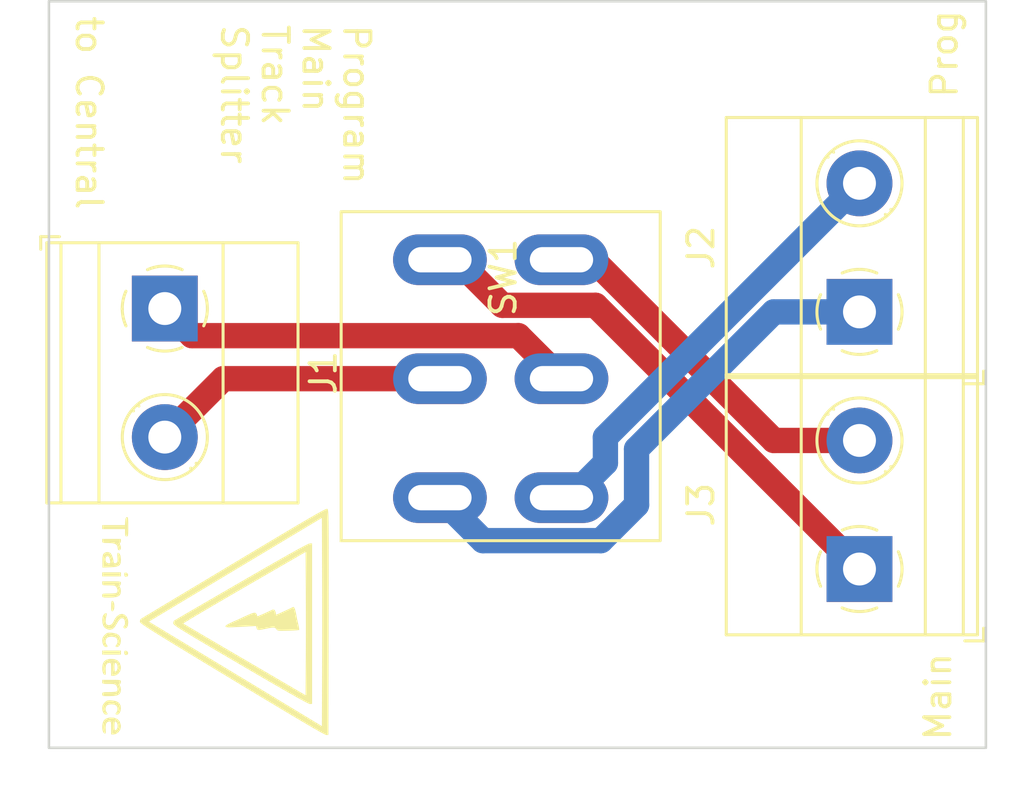
<source format=kicad_pcb>
(kicad_pcb (version 20221018) (generator pcbnew)
  (layers (0 "F.Cu" signal) (31 "B.Cu" signal) (34 "B.Paste" user) (35 "F.Paste" user) (36 "B.SilkS" user "B.Silkscreen") (37 "F.SilkS" user "F.Silkscreen") (38 "B.Mask" user) (39 "F.Mask" user) (44 "Edge.Cuts" user))
  (net 0 "")
  (net 1 "/Track_B_in")
  (net 2 "/Track_A_in")
  (net 3 "/Track_1_A_out")
  (net 4 "/Track_1_B_out")
  (net 5 "/Track_2_A_out")
  (net 6 "/Track_2_B_out")
  (footprint "TerminalBlock_Phoenix:TerminalBlock_Phoenix_MKDS-1,5-2-5.08_1x02_P5.08mm_Horizontal" (layer "F.Cu") (at 191.008 106.934 90)
    (fp_text reference "J3" (at 2.54 -6.26 90) (layer "F.SilkS"))
    (fp_text value "Screw_Terminal_01x02")
    (fp_line (start -2.84 4.16) (end -2.84 4.9) (stroke (width 0.12)) (layer "F.SilkS"))
    (fp_line (start -2.84 4.9) (end -2.34 4.9) (stroke (width 0.12)) (layer "F.SilkS"))
    (fp_line (start -2.6 -5.261) (end -2.6 4.66) (stroke (width 0.12)) (layer "F.SilkS"))
    (fp_line (start -2.6 -5.261) (end 7.68 -5.261) (stroke (width 0.12)) (layer "F.SilkS"))
    (fp_line (start -2.6 -2.301) (end 7.68 -2.301) (stroke (width 0.12)) (layer "F.SilkS"))
    (fp_line (start -2.6 2.6) (end 7.68 2.6) (stroke (width 0.12)) (layer "F.SilkS"))
    (fp_line (start -2.6 4.1) (end 7.68 4.1) (stroke (width 0.12)) (layer "F.SilkS"))
    (fp_line (start -2.6 4.66) (end 7.68 4.66) (stroke (width 0.12)) (layer "F.SilkS"))
    (fp_line (start 3.853 1.023) (end 3.806 1.069) (stroke (width 0.12)) (layer "F.SilkS"))
    (fp_line (start 4.046 1.239) (end 4.011 1.274) (stroke (width 0.12)) (layer "F.SilkS"))
    (fp_line (start 6.15 -1.275) (end 6.115 -1.239) (stroke (width 0.12)) (layer "F.SilkS"))
    (fp_line (start 6.355 -1.069) (end 6.308 -1.023) (stroke (width 0.12)) (layer "F.SilkS"))
    (fp_line (start 7.68 -5.261) (end 7.68 4.66) (stroke (width 0.12)) (layer "F.SilkS"))
    (fp_arc (start -1.535427 0.683042) (mid -1.680501 -0.000524) (end -1.535 -0.684) (stroke (width 0.12)) (layer "F.SilkS"))
    (fp_arc (start -0.683042 -1.535427) (mid 0.000524 -1.680501) (end 0.684 -1.535) (stroke (width 0.12)) (layer "F.SilkS"))
    (fp_arc (start 0.028805 1.680253) (mid -0.335551 1.646659) (end -0.684 1.535) (stroke (width 0.12)) (layer "F.SilkS"))
    (fp_arc (start 0.683318 1.534756) (mid 0.349292 1.643288) (end 0 1.68) (stroke (width 0.12)) (layer "F.SilkS"))
    (fp_arc (start 1.535427 -0.683042) (mid 1.680501 0.000524) (end 1.535 0.684) (stroke (width 0.12)) (layer "F.SilkS"))
    (fp_circle (center 5.08 0) (end 6.76 0) (stroke (width 0.12)) (fill none) (layer "F.SilkS"))
    (pad "1" thru_hole rect (at 0 0 90) (size 2.6 2.6) (drill 1.3) (layers "*.Cu" "*.Mask") (net 5 "/Track_2_A_out"))
    (pad "2" thru_hole circle (at 5.08 0 90) (size 2.6 2.6) (drill 1.3) (layers "*.Cu" "*.Mask") (net 6 "/Track_2_B_out"))
  )
  (footprint "MountingHole:MountingHole_3.2mm_M3" (layer "F.Cu") (at 177 88)
    (fp_text reference "REF**" hide)
    (fp_text value "MountingHole_3.2mm_M3")
    (pad "" np_thru_hole circle (at 0 0) (size 3.2 3.2) (drill 3.2) (layers "F&B.Cu" "*.Mask"))
  )
  (footprint "custom_kicad_lib_sk:Train-Science logo small" (layer "F.Cu") (at 165.481 109.093 -90)
    (fp_text reference "G***" hide)
    (fp_text value "LOGO" hide)
    (fp_poly (pts (xy -1.867174 4.3782) (xy -2.028137 4.3782) (xy -2.028137 3.637769) (xy -1.867174 3.637769)) (fill solid) (layer "F.SilkS"))
    (fp_poly (pts (xy 1.223321 4.3782) (xy 1.062357 4.3782) (xy 1.062357 3.637769) (xy 1.223321 3.637769)) (fill solid) (layer "F.SilkS"))
    (fp_poly (pts (xy -1.879051 3.365565) (xy -1.85507 3.397528) (xy -1.848957 3.467248) (xy -1.897497 3.5033) (xy -1.951794 3.508999) (xy -2.01104 3.497959) (xy -2.024208 3.453786) (xy -2.022328 3.436565) (xy -1.991057 3.378361) (xy -1.934811 3.352714)) (fill solid) (layer "F.SilkS"))
    (fp_poly (pts (xy 1.211443 3.365565) (xy 1.235424 3.397528) (xy 1.241537 3.467248) (xy 1.192998 3.5033) (xy 1.1387 3.508999) (xy 1.079454 3.497959) (xy 1.066286 3.453786) (xy 1.068167 3.436565) (xy 1.099438 3.378361) (xy 1.155683 3.352714)) (fill solid) (layer "F.SilkS"))
    (fp_poly (pts (xy -0.612737 3.9006) (xy -0.533283 3.922266) (xy -0.490713 3.961014) (xy -0.488845 3.967744) (xy -0.490951 3.998166) (xy -0.520453 4.01526) (xy -0.590351 4.022672) (xy -0.689781 4.024081) (xy -0.808268 4.020841) (xy -0.874379 4.009353) (xy -0.899883 3.986965) (xy -0.901394 3.976406) (xy -0.873403 3.933919) (xy -0.802697 3.906845) (xy -0.709175 3.895599)) (fill solid) (layer "F.SilkS"))
    (fp_poly (pts (xy -3.669632 3.34866) (xy -3.559722 3.351709) (xy -3.492918 3.358945) (xy -3.458582 3.372129) (xy -3.446076 3.393024) (xy -3.444613 3.412421) (xy -3.454092 3.452657) (xy -3.493451 3.471683) (xy -3.579073 3.476782) (xy -3.58948 3.476806) (xy -3.734347 3.476806) (xy -3.734347 4.3782) (xy -3.89531 4.3782) (xy -3.89531 3.480334) (xy -4.047936 3.470522) (xy -4.148526 3.457408) (xy -4.198923 3.431105) (xy -4.21126 3.404373) (xy -4.210399 3.380588) (xy -4.190335 3.364589) (xy -4.140901 3.354863) (xy -4.051928 3.349892) (xy -3.91325 3.348161) (xy -3.833286 3.348036)) (fill solid) (layer "F.SilkS"))
    (fp_poly (pts (xy -3.20706 3.649174) (xy -3.187072 3.671095) (xy -3.167366 3.687977) (xy -3.124803 3.671095) (xy -3.032476 3.639196) (xy -2.952967 3.641074) (xy -2.904379 3.674259) (xy -2.897338 3.702155) (xy -2.912873 3.749633) (xy -2.970283 3.766013) (xy -2.992091 3.76654) (xy -3.08017 3.784752) (xy -3.139695 3.843818) (xy -3.1741 3.950385) (xy -3.18682 4.1111) (xy -3.187072 4.143919) (xy -3.188151 4.264488) (xy -3.194538 4.33444) (xy -3.210963 4.367539) (xy -3.242154 4.377549) (xy -3.267554 4.3782) (xy -3.348035 4.3782) (xy -3.348035 3.637769) (xy -3.267554 3.637769)) (fill solid) (layer "F.SilkS"))
    (fp_poly (pts (xy 3.456146 3.654371) (xy 3.543105 3.697368) (xy 3.592791 3.756548) (xy 3.594178 3.814197) (xy 3.572895 3.852981) (xy 3.542199 3.843557) (xy 3.513841 3.819211) (xy 3.424501 3.7745) (xy 3.322943 3.773442) (xy 3.238538 3.81626) (xy 3.237661 3.817129) (xy 3.201357 3.890078) (xy 3.187495 3.994878) (xy 3.196074 4.103032) (xy 3.227095 4.186043) (xy 3.237661 4.198841) (xy 3.321639 4.242246) (xy 3.423161 4.241772) (xy 3.512857 4.197642) (xy 3.513841 4.196759) (xy 3.559116 4.162129) (xy 3.582547 4.174932) (xy 3.594178 4.201773) (xy 3.589623 4.267108) (xy 3.534669 4.324764) (xy 3.443265 4.364981) (xy 3.341993 4.3782) (xy 3.23693 4.364144) (xy 3.150524 4.312169) (xy 3.116435 4.280323) (xy 3.06227 4.220957) (xy 3.03476 4.166703) (xy 3.027277 4.094215) (xy 3.032787 3.985733) (xy 3.063239 3.823108) (xy 3.128926 3.713042) (xy 3.232557 3.652527) (xy 3.346264 3.637769)) (fill solid) (layer "F.SilkS"))
    (fp_poly (pts (xy 0.784156 3.654371) (xy 0.871115 3.697368) (xy 0.920801 3.756548) (xy 0.922188 3.814197) (xy 0.900905 3.852981) (xy 0.870209 3.843557) (xy 0.841851 3.819211) (xy 0.752511 3.7745) (xy 0.650954 3.773442) (xy 0.566548 3.81626) (xy 0.565671 3.817129) (xy 0.529974 3.888454) (xy 0.515171 3.998249) (xy 0.515082 4.007985) (xy 0.527932 4.119813) (xy 0.562192 4.195116) (xy 0.565671 4.198841) (xy 0.649649 4.242246) (xy 0.751171 4.241772) (xy 0.840868 4.197642) (xy 0.841851 4.196759) (xy 0.887126 4.162129) (xy 0.910558 4.174932) (xy 0.922188 4.201773) (xy 0.917633 4.267108) (xy 0.862679 4.324764) (xy 0.771275 4.364981) (xy 0.670003 4.3782) (xy 0.56494 4.364144) (xy 0.478534 4.312169) (xy 0.444446 4.280323) (xy 0.39028 4.220957) (xy 0.36277 4.166703) (xy 0.355287 4.094215) (xy 0.360798 3.985733) (xy 0.391249 3.823108) (xy 0.456936 3.713042) (xy 0.560567 3.652527) (xy 0.674274 3.637769)) (fill solid) (layer "F.SilkS"))
    (fp_poly (pts (xy -2.40532 3.645768) (xy -2.326525 3.67613) (xy -2.275297 3.738404) (xy -2.245189 3.842138) (xy -2.22975 3.996881) (xy -2.226439 4.069661) (xy -2.215488 4.366149) (xy -2.45432 4.371021) (xy -2.611055 4.367821) (xy -2.715337 4.349617) (xy -2.763052 4.326932) (xy -2.817997 4.253657) (xy -2.8318 4.157537) (xy -2.826579 4.141434) (xy -2.663371 4.141434) (xy -2.661178 4.198977) (xy -2.617211 4.235887) (xy -2.541587 4.248708) (xy -2.462907 4.236034) (xy -2.420887 4.210799) (xy -2.387663 4.147033) (xy -2.382256 4.110009) (xy -2.391113 4.070273) (xy -2.429399 4.05887) (xy -2.5002 4.066989) (xy -2.611613 4.096669) (xy -2.663371 4.141434) (xy -2.826579 4.141434) (xy -2.80241 4.066887) (xy -2.783578 4.04369) (xy -2.714915 4.000608) (xy -2.611053 3.960717) (xy -2.500848 3.933723) (xy -2.438593 3.927683) (xy -2.39073 3.905832) (xy -2.389171 3.848663) (xy -2.411779 3.801951) (xy -2.44845 3.775964) (xy -2.522247 3.768689) (xy -2.620538 3.77548) (xy -2.726931 3.782973) (xy -2.782746 3.776184) (xy -2.800575 3.753278) (xy -2.80076 3.74925) (xy -2.770723 3.693209) (xy -2.685633 3.655257) (xy -2.553023 3.638364) (xy -2.518132 3.637769)) (fill solid) (layer "F.SilkS"))
    (fp_poly (pts (xy 0.08045 3.363771) (xy 0.163476 3.40824) (xy 0.193154 3.477335) (xy 0.193156 3.477939) (xy 0.170182 3.528914) (xy 0.121334 3.539789) (xy 0.080482 3.508999) (xy 0.032611 3.483439) (xy -0.047363 3.477888) (xy -0.130866 3.490818) (xy -0.189325 3.520703) (xy -0.191874 3.52355) (xy -0.21804 3.596183) (xy -0.180966 3.673245) (xy -0.081544 3.753443) (xy -0.004028 3.796699) (xy 0.136108 3.882305) (xy 0.216714 3.971193) (xy 0.24249 4.071135) (xy 0.223825 4.173564) (xy 0.164082 4.275535) (xy 0.095495 4.330471) (xy -0.018443 4.366535) (xy -0.150995 4.376193) (xy -0.274362 4.359597) (xy -0.346956 4.328086) (xy -0.40363 4.272052) (xy -0.419312 4.22251) (xy -0.394108 4.195068) (xy -0.346071 4.199064) (xy -0.197064 4.233359) (xy -0.075009 4.242002) (xy 0.005829 4.224264) (xy 0.015788 4.217493) (xy 0.061853 4.14537) (xy 0.055341 4.062595) (xy 0.002818 3.983964) (xy -0.089151 3.924271) (xy -0.119083 3.913566) (xy -0.188092 3.877866) (xy -0.269912 3.816568) (xy -0.288095 3.800264) (xy -0.365715 3.694707) (xy -0.385703 3.587357) (xy -0.353625 3.488715) (xy -0.27505 3.409279) (xy -0.155545 3.359551) (xy -0.048289 3.348036)) (fill solid) (layer "F.SilkS"))
    (fp_poly (pts (xy -1.179743 3.652213) (xy -1.106639 3.700519) (xy -1.060135 3.79015) (xy -1.036075 3.928568) (xy -1.030165 4.092808) (xy -1.03083 4.228722) (xy -1.035174 4.312734) (xy -1.046716 4.357328) (xy -1.068976 4.374987) (xy -1.105476 4.378194) (xy -1.110646 4.3782) (xy -1.150723 4.375415) (xy -1.174641 4.358257) (xy -1.186568 4.313522) (xy -1.190674 4.228007) (xy -1.191128 4.123292) (xy -1.193501 3.995739) (xy -1.199781 3.889366) (xy -1.208712 3.82384) (xy -1.210669 3.817462) (xy -1.256725 3.775444) (xy -1.33462 3.771399) (xy -1.424149 3.805399) (xy -1.441506 3.816654) (xy -1.477783 3.84892) (xy -1.499291 3.893461) (xy -1.50977 3.966262) (xy -1.512958 4.083304) (xy -1.513054 4.122485) (xy -1.513927 4.249664) (xy -1.519311 4.325642) (xy -1.533355 4.363601) (xy -1.560209 4.376724) (xy -1.593536 4.3782) (xy -1.674018 4.3782) (xy -1.674018 4.007985) (xy -1.67363 3.849262) (xy -1.670933 3.743962) (xy -1.663621 3.681124) (xy -1.649392 3.649787) (xy -1.625943 3.638988) (xy -1.596219 3.637769) (xy -1.53075 3.652507) (xy -1.503665 3.67801) (xy -1.482168 3.702107) (xy -1.446255 3.67801) (xy -1.387205 3.651219) (xy -1.298048 3.63805) (xy -1.283604 3.637769)) (fill solid) (layer "F.SilkS"))
    (fp_poly (pts (xy 1.874086 3.665419) (xy 1.97554 3.737669) (xy 2.042702 3.838471) (xy 2.06033 3.925027) (xy 2.06033 4.024081) (xy 1.802788 4.024081) (xy 1.674253 4.025517) (xy 1.597198 4.031892) (xy 1.558746 4.046313) (xy 1.54602 4.071882) (xy 1.545247 4.086167) (xy 1.568914 4.17496) (xy 1.641552 4.227168) (xy 1.76562 4.244072) (xy 1.841189 4.240295) (xy 1.949653 4.233706) (xy 2.007504 4.2403) (xy 2.027535 4.262067) (xy 2.028137 4.269376) (xy 1.999657 4.321331) (xy 1.925454 4.357024) (xy 1.822384 4.375338) (xy 1.707304 4.375154) (xy 1.597069 4.355354) (xy 1.508536 4.31482) (xy 1.495586 4.304705) (xy 1.430456 4.223779) (xy 1.397139 4.110586) (xy 1.393087 4.07989) (xy 1.397067 3.908) (xy 1.412373 3.869557) (xy 1.545247 3.869557) (xy 1.574363 3.883662) (xy 1.649466 3.893017) (xy 1.722307 3.895311) (xy 1.819283 3.891076) (xy 1.883595 3.880152) (xy 1.899366 3.869557) (xy 1.87055 3.814477) (xy 1.797044 3.776712) (xy 1.722307 3.76654) (xy 1.627639 3.783306) (xy 1.562731 3.826073) (xy 1.545247 3.869557) (xy 1.412373 3.869557) (xy 1.449928 3.775233) (xy 1.548716 3.685192) (xy 1.690478 3.641482) (xy 1.755377 3.637769)) (fill solid) (layer "F.SilkS"))
    (fp_poly (pts (xy 2.715567 3.652213) (xy 2.788671 3.700519) (xy 2.835175 3.79015) (xy 2.859236 3.928568) (xy 2.865146 4.092808) (xy 2.86448 4.228722) (xy 2.860137 4.312734) (xy 2.848595 4.357328) (xy 2.826334 4.374987) (xy 2.789834 4.378194) (xy 2.784664 4.3782) (xy 2.744587 4.375415) (xy 2.72067 4.358257) (xy 2.708742 4.313522) (xy 2.704637 4.228007) (xy 2.704183 4.123292) (xy 2.70181 3.995739) (xy 2.69553 3.889366) (xy 2.686599 3.82384) (xy 2.684642 3.817462) (xy 2.638586 3.775444) (xy 2.56069 3.771399) (xy 2.471162 3.805399) (xy 2.453804 3.816654) (xy 2.417528 3.84892) (xy 2.396019 3.893461) (xy 2.385541 3.966262) (xy 2.382352 4.083304) (xy 2.382256 4.122485) (xy 2.381383 4.249664) (xy 2.375999 4.325642) (xy 2.361955 4.363601) (xy 2.335101 4.376724) (xy 2.301774 4.3782) (xy 2.221293 4.3782) (xy 2.221293 4.007985) (xy 2.22168 3.849262) (xy 2.224378 3.743962) (xy 2.231689 3.681124) (xy 2.245918 3.649787) (xy 2.269368 3.638988) (xy 2.299092 3.637769) (xy 2.364561 3.652507) (xy 2.391646 3.67801) (xy 2.413142 3.702107) (xy 2.449056 3.67801) (xy 2.508105 3.651219) (xy 2.597263 3.63805) (xy 2.611707 3.637769)) (fill solid) (layer "F.SilkS"))
    (fp_poly (pts (xy 4.191957 3.665419) (xy 4.293411 3.737669) (xy 4.360573 3.838471) (xy 4.3782 3.925027) (xy 4.3782 4.024081) (xy 4.120659 4.024081) (xy 3.992123 4.025517) (xy 3.915069 4.031892) (xy 3.876617 4.046313) (xy 3.86389 4.071882) (xy 3.863118 4.086167) (xy 3.886785 4.17496) (xy 3.959423 4.227168) (xy 4.083491 4.244072) (xy 4.15906 4.240295) (xy 4.267524 4.233706) (xy 4.325375 4.2403) (xy 4.345405 4.262067) (xy 4.346008 4.269376) (xy 4.317527 4.321331) (xy 4.243324 4.357024) (xy 4.140255 4.375338) (xy 4.025174 4.375154) (xy 3.91494 4.355354) (xy 3.826407 4.31482) (xy 3.813457 4.304705) (xy 3.748327 4.223779) (xy 3.71501 4.110586) (xy 3.710957 4.07989) (xy 3.714938 3.908) (xy 3.730244 3.869557) (xy 3.863118 3.869557) (xy 3.892233 3.883662) (xy 3.967337 3.893017) (xy 4.040178 3.895311) (xy 4.137154 3.891076) (xy 4.201466 3.880152) (xy 4.217237 3.869557) (xy 4.188421 3.814477) (xy 4.114915 3.776712) (xy 4.040178 3.76654) (xy 3.945509 3.783306) (xy 3.880602 3.826073) (xy 3.863118 3.869557) (xy 3.730244 3.869557) (xy 3.767799 3.775233) (xy 3.866587 3.685192) (xy 4.008349 3.641482) (xy 4.073248 3.637769)) (fill solid) (layer "F.SilkS"))
    (fp_poly (pts (xy 0.250482 -3.398018) (xy 0.258312 -3.360431) (xy 0.266207 -3.271171) (xy 0.273323 -3.142944) (xy 0.278815 -2.988455) (xy 0.279494 -2.961822) (xy 0.283147 -2.79102) (xy 0.28333 -2.672993) (xy 0.27842 -2.596159) (xy 0.266793 -2.548934) (xy 0.246824 -2.519735) (xy 0.216889 -2.496979) (xy 0.214047 -2.495112) (xy 0.177374 -2.463714) (xy 0.157846 -2.420729) (xy 0.155167 -2.353836) (xy 0.169042 -2.250716) (xy 0.199173 -2.099046) (xy 0.20399 -2.076426) (xy 0.234196 -1.927607) (xy 0.248081 -1.829473) (xy 0.244797 -1.770209) (xy 0.223496 -1.738003) (xy 0.183328 -1.721039) (xy 0.178383 -1.719762) (xy 0.093995 -1.698582) (xy 0.113104 -1.340229) (xy 0.122361 -1.168329) (xy 0.13182 -0.9955) (xy 0.140114 -0.846597) (xy 0.144094 -0.776804) (xy 0.147732 -0.616402) (xy 0.136399 -0.518612) (xy 0.110043 -0.48341) (xy 0.068612 -0.510774) (xy 0.012053 -0.600683) (xy -0.036281 -0.70019) (xy -0.094889 -0.829583) (xy -0.151819 -0.955614) (xy -0.192615 -1.046261) (xy -0.235959 -1.142058) (xy -0.293724 -1.268625) (xy -0.352412 -1.396402) (xy -0.410483 -1.535855) (xy -0.432862 -1.630868) (xy -0.419591 -1.690556) (xy -0.370712 -1.724039) (xy -0.353957 -1.729118) (xy -0.302087 -1.746117) (xy -0.289734 -1.754248) (xy -0.301976 -1.787815) (xy -0.333966 -1.863803) (xy -0.378601 -1.966115) (xy -0.428778 -2.078653) (xy -0.477393 -2.185319) (xy -0.517132 -2.269582) (xy -0.553917 -2.350924) (xy -0.561542 -2.396199) (xy -0.540994 -2.426228) (xy -0.525165 -2.438593) (xy -0.452176 -2.472508) (xy -0.412351 -2.478834) (xy -0.36338 -2.484926) (xy -0.354119 -2.492061) (xy -0.366789 -2.526986) (xy -0.400137 -2.60474) (xy -0.447168 -2.710013) (xy -0.500888 -2.827498) (xy -0.554304 -2.941887) (xy -0.600421 -3.037873) (xy -0.630486 -3.096942) (xy -0.659596 -3.160107) (xy -0.65177 -3.193594) (xy -0.620583 -3.213855) (xy -0.53333 -3.246777) (xy -0.395236 -3.27925) (xy -0.273637 -3.301207) (xy -0.190498 -3.31751) (xy -0.07335 -3.34338) (xy 0.027233 -3.367139) (xy 0.134416 -3.389945) (xy 0.215087 -3.40089)) (fill solid) (layer "F.SilkS"))
    (fp_poly (pts (xy 3.179239 -3.830925) (xy 3.169077 -3.796052) (xy 3.134748 -3.721875) (xy 3.075339 -3.60678) (xy 2.989941 -3.449155) (xy 2.877641 -3.24739) (xy 2.737526 -2.999872) (xy 2.568687 -2.704989) (xy 2.370211 -2.361128) (xy 2.141187 -1.966679) (xy 1.880703 -1.52003) (xy 1.631778 -1.09455) (xy 1.368647 -0.645596) (xy 1.135907 -0.249143) (xy 0.93161 0.097982) (xy 0.753807 0.398953) (xy 0.60055 0.656942) (xy 0.469891 0.875124) (xy 0.359881 1.05667) (xy 0.268572 1.204755) (xy 0.194014 1.322552) (xy 0.134261 1.413233) (xy 0.087362 1.479973) (xy 0.051371 1.525943) (xy 0.024337 1.554318) (xy 0.004314 1.568271) (xy -0.004969 1.571019) (xy -0.078828 1.563333) (xy -0.118283 1.538827) (xy -0.138767 1.505458) (xy -0.189191 1.420294) (xy -0.267262 1.287274) (xy -0.370688 1.110339) (xy -0.497173 0.893428) (xy -0.644426 0.640482) (xy -0.810153 0.355441) (xy -0.99206 0.042244) (xy -1.187855 -0.295169) (xy -1.395243 -0.652857) (xy -1.611932 -1.02688) (xy -1.660439 -1.110646) (xy -1.943382 -1.600038) (xy -2.194371 -2.035755) (xy -2.414343 -2.419476) (xy -2.604234 -2.752877) (xy -2.764981 -3.037634) (xy -2.89752 -3.275425) (xy -3.002787 -3.467927) (xy -3.081719 -3.616816) (xy -3.100264 -3.653866) (xy -2.831057 -3.653866) (xy -1.427803 -1.229825) (xy -1.217976 -0.867944) (xy -1.017222 -0.522838) (xy -0.827885 -0.198474) (xy -0.652308 0.101185) (xy -0.492836 0.372174) (xy -0.351814 0.61053) (xy -0.231586 0.812287) (xy -0.134496 0.973481) (xy -0.062889 1.090149) (xy -0.019109 1.158326) (xy -0.005551 1.175218) (xy 0.013203 1.145197) (xy 0.062076 1.063637) (xy 0.138687 0.934577) (xy 0.240658 0.762061) (xy 0.365609 0.55013) (xy 0.511161 0.302826) (xy 0.674935 0.02419) (xy 0.854552 -0.281735) (xy 1.047632 -0.610908) (xy 1.251797 -0.959287) (xy 1.421346 -1.248823) (xy 2.829247 -3.653866) (xy 1.414623 -3.662249) (xy 1.04211 -3.663984) (xy 0.624153 -3.665121) (xy 0.179691 -3.665659) (xy -0.272337 -3.665598) (xy -0.712992 -3.664938) (xy -1.123334 -3.663678) (xy -1.415529 -3.662249) (xy -2.831057 -3.653866) (xy -3.100264 -3.653866) (xy -3.135253 -3.723769) (xy -3.164325 -3.790463) (xy -3.17064 -3.814829) (xy -3.170976 -3.911407) (xy 3.170976 -3.911407)) (fill solid) (layer "F.SilkS"))
    (fp_poly (pts (xy -2.177236 -4.566716) (xy -1.724771 -4.566214) (xy -1.217326 -4.565463) (xy -0.651718 -4.564501) (xy -0.055144 -4.563421) (xy 4.394297 -4.55526) (xy 4.402412 -4.474778) (xy 4.392766 -4.444092) (xy 4.360546 -4.377472) (xy 4.304831 -4.273357) (xy 4.224701 -4.130187) (xy 4.119236 -3.9464) (xy 3.987517 -3.720436) (xy 3.828623 -3.450735) (xy 3.641634 -3.135735) (xy 3.425631 -2.773875) (xy 3.179692 -2.363596) (xy 2.902899 -1.903335) (xy 2.594331 -1.391532) (xy 2.253068 -0.826627) (xy 2.210681 -0.756527) (xy 1.892208 -0.230049) (xy 1.605234 0.243951) (xy 1.348069 0.66817) (xy 1.119028 1.045302) (xy 0.916421 1.378044) (xy 0.738561 1.669091) (xy 0.583761 1.921141) (xy 0.450332 2.136888) (xy 0.336586 2.319029) (xy 0.240836 2.470259) (xy 0.161394 2.593274) (xy 0.096573 2.690771) (xy 0.044683 2.765444) (xy 0.004038 2.819991) (xy -0.02705 2.857107) (xy -0.05027 2.879488) (xy -0.067308 2.88983) (xy -0.073048 2.891234) (xy -0.156237 2.877194) (xy -0.204854 2.826849) (xy -0.227047 2.790521) (xy -0.280348 2.702298) (xy -0.362758 2.565508) (xy -0.47228 2.383476) (xy -0.606914 2.159531) (xy -0.764662 1.897) (xy -0.943527 1.599208) (xy -1.141509 1.269484) (xy -1.356611 0.911155) (xy -1.586834 0.527547) (xy -1.830181 0.121988) (xy -2.084652 -0.302196) (xy -2.348249 -0.741676) (xy -2.411808 -0.847656) (xy -2.72913 -1.377004) (xy -3.014693 -1.853894) (xy -3.270035 -2.280976) (xy -3.496692 -2.660897) (xy -3.696204 -2.996307) (xy -3.870107 -3.289854) (xy -4.01994 -3.544188) (xy -4.147239 -3.761957) (xy -4.253544 -3.94581) (xy -4.340391 -4.098397) (xy -4.409319 -4.222366) (xy -4.449721 -4.297718) (xy -4.178624 -4.297718) (xy -0.08088 2.532058) (xy 0.192957 2.079549) (xy 0.247331 1.989669) (xy 0.332405 1.84901) (xy 0.445566 1.661887) (xy 0.584205 1.43262) (xy 0.74571 1.165527) (xy 0.92747 0.864926) (xy 1.126875 0.535135) (xy 1.341313 0.180472) (xy 1.568173 -0.194744) (xy 1.804844 -0.586196) (xy 2.048716 -0.989564) (xy 2.257763 -1.33534) (xy 4.048733 -4.297718) (xy 1.992174 -4.306003) (xy 1.548356 -4.307468) (xy 1.05587 -4.308526) (xy 0.530432 -4.309176) (xy -0.012241 -4.309419) (xy -0.556433 -4.309254) (xy -1.086428 -4.308682) (xy -1.58651 -4.307702) (xy -2.040962 -4.306315) (xy -2.121505 -4.306003) (xy -4.178624 -4.297718) (xy -4.449721 -4.297718) (xy -4.461864 -4.320365) (xy -4.499566 -4.395045) (xy -4.523961 -4.449053) (xy -4.536588 -4.485039) (xy -4.538984 -4.505651) (xy -4.537712 -4.509683) (xy -4.531875 -4.518362) (xy -4.522005 -4.526181) (xy -4.504918 -4.533179) (xy -4.47743 -4.539392) (xy -4.436357 -4.54486) (xy -4.378514 -4.549621) (xy -4.300717 -4.553712) (xy -4.199782 -4.557172) (xy -4.072525 -4.560039) (xy -3.915762 -4.562352) (xy -3.726308 -4.564148) (xy -3.50098 -4.565466) (xy -3.236592 -4.566343) (xy -2.929962 -4.566818) (xy -2.577905 -4.56693)) (fill solid) (layer "F.SilkS"))
  )
  (footprint "TerminalBlock_Phoenix:TerminalBlock_Phoenix_MKDS-1,5-2-5.08_1x02_P5.08mm_Horizontal" (layer "F.Cu") (at 191.008 96.774 90)
    (fp_text reference "J2" (at 2.54 -6.26 90) (layer "F.SilkS"))
    (fp_text value "Screw_Terminal_01x02")
    (fp_line (start -2.84 4.16) (end -2.84 4.9) (stroke (width 0.12)) (layer "F.SilkS"))
    (fp_line (start -2.84 4.9) (end -2.34 4.9) (stroke (width 0.12)) (layer "F.SilkS"))
    (fp_line (start -2.6 -5.261) (end -2.6 4.66) (stroke (width 0.12)) (layer "F.SilkS"))
    (fp_line (start -2.6 -5.261) (end 7.68 -5.261) (stroke (width 0.12)) (layer "F.SilkS"))
    (fp_line (start -2.6 -2.301) (end 7.68 -2.301) (stroke (width 0.12)) (layer "F.SilkS"))
    (fp_line (start -2.6 2.6) (end 7.68 2.6) (stroke (width 0.12)) (layer "F.SilkS"))
    (fp_line (start -2.6 4.1) (end 7.68 4.1) (stroke (width 0.12)) (layer "F.SilkS"))
    (fp_line (start -2.6 4.66) (end 7.68 4.66) (stroke (width 0.12)) (layer "F.SilkS"))
    (fp_line (start 3.853 1.023) (end 3.806 1.069) (stroke (width 0.12)) (layer "F.SilkS"))
    (fp_line (start 4.046 1.239) (end 4.011 1.274) (stroke (width 0.12)) (layer "F.SilkS"))
    (fp_line (start 6.15 -1.275) (end 6.115 -1.239) (stroke (width 0.12)) (layer "F.SilkS"))
    (fp_line (start 6.355 -1.069) (end 6.308 -1.023) (stroke (width 0.12)) (layer "F.SilkS"))
    (fp_line (start 7.68 -5.261) (end 7.68 4.66) (stroke (width 0.12)) (layer "F.SilkS"))
    (fp_arc (start -1.535427 0.683042) (mid -1.680501 -0.000524) (end -1.535 -0.684) (stroke (width 0.12)) (layer "F.SilkS"))
    (fp_arc (start -0.683042 -1.535427) (mid 0.000524 -1.680501) (end 0.684 -1.535) (stroke (width 0.12)) (layer "F.SilkS"))
    (fp_arc (start 0.028805 1.680253) (mid -0.335551 1.646659) (end -0.684 1.535) (stroke (width 0.12)) (layer "F.SilkS"))
    (fp_arc (start 0.683318 1.534756) (mid 0.349292 1.643288) (end 0 1.68) (stroke (width 0.12)) (layer "F.SilkS"))
    (fp_arc (start 1.535427 -0.683042) (mid 1.680501 0.000524) (end 1.535 0.684) (stroke (width 0.12)) (layer "F.SilkS"))
    (fp_circle (center 5.08 0) (end 6.76 0) (stroke (width 0.12)) (fill none) (layer "F.SilkS"))
    (pad "1" thru_hole rect (at 0 0 90) (size 2.6 2.6) (drill 1.3) (layers "*.Cu" "*.Mask") (net 3 "/Track_1_A_out"))
    (pad "2" thru_hole circle (at 5.08 0 90) (size 2.6 2.6) (drill 1.3) (layers "*.Cu" "*.Mask") (net 4 "/Track_1_B_out"))
  )
  (footprint "custom_kicad_lib_sk:MTS_DPDT" (layer "F.Cu") (at 177.44 95.414 90)
    (fp_text reference "SW1" (at 0 -0.5 90 unlocked) (layer "F.SilkS"))
    (fp_text value "SW_DPDT_x2")
    (fp_rect (start -10.4 -6.9) (end 2.6 5.7) (stroke (width 0.12)) (fill none) (layer "F.SilkS"))
    (pad "1" thru_hole oval (at -8.7 -3 90) (size 2 3.7) (drill oval 1 2.5) (layers "*.Cu" "*.Mask") (net 3 "/Track_1_A_out"))
    (pad "2" thru_hole oval (at -4 -3 90) (size 2 3.7) (drill oval 1 2.5) (layers "*.Cu" "*.Mask") (net 2 "/Track_A_in"))
    (pad "3" thru_hole oval (at 0.7 -3 90) (size 2 3.7) (drill oval 1 2.5) (layers "*.Cu" "*.Mask") (net 5 "/Track_2_A_out"))
    (pad "4" thru_hole oval (at -8.7 1.8 90) (size 2 3.7) (drill oval 1 2.5) (layers "*.Cu" "*.Mask") (net 4 "/Track_1_B_out"))
    (pad "5" thru_hole oval (at -4 1.8 90) (size 2 3.7) (drill oval 1 2.5) (layers "*.Cu" "*.Mask") (net 1 "/Track_B_in"))
    (pad "6" thru_hole oval (at 0.7 1.8 90) (size 2 3.7) (drill oval 1 2.5) (layers "*.Cu" "*.Mask") (net 6 "/Track_2_B_out"))
  )
  (footprint "TerminalBlock_Phoenix:TerminalBlock_Phoenix_MKDS-1,5-2-5.08_1x02_P5.08mm_Horizontal" (layer "F.Cu") (at 163.576 96.642 -90)
    (fp_text reference "J1" (at 2.54 -6.26 90) (layer "F.SilkS"))
    (fp_text value "Screw_Terminal_01x02")
    (fp_line (start -2.84 4.16) (end -2.84 4.9) (stroke (width 0.12)) (layer "F.SilkS"))
    (fp_line (start -2.84 4.9) (end -2.34 4.9) (stroke (width 0.12)) (layer "F.SilkS"))
    (fp_line (start -2.6 -5.261) (end -2.6 4.66) (stroke (width 0.12)) (layer "F.SilkS"))
    (fp_line (start -2.6 -5.261) (end 7.68 -5.261) (stroke (width 0.12)) (layer "F.SilkS"))
    (fp_line (start -2.6 -2.301) (end 7.68 -2.301) (stroke (width 0.12)) (layer "F.SilkS"))
    (fp_line (start -2.6 2.6) (end 7.68 2.6) (stroke (width 0.12)) (layer "F.SilkS"))
    (fp_line (start -2.6 4.1) (end 7.68 4.1) (stroke (width 0.12)) (layer "F.SilkS"))
    (fp_line (start -2.6 4.66) (end 7.68 4.66) (stroke (width 0.12)) (layer "F.SilkS"))
    (fp_line (start 3.853 1.023) (end 3.806 1.069) (stroke (width 0.12)) (layer "F.SilkS"))
    (fp_line (start 4.046 1.239) (end 4.011 1.274) (stroke (width 0.12)) (layer "F.SilkS"))
    (fp_line (start 6.15 -1.275) (end 6.115 -1.239) (stroke (width 0.12)) (layer "F.SilkS"))
    (fp_line (start 6.355 -1.069) (end 6.308 -1.023) (stroke (width 0.12)) (layer "F.SilkS"))
    (fp_line (start 7.68 -5.261) (end 7.68 4.66) (stroke (width 0.12)) (layer "F.SilkS"))
    (fp_arc (start -1.535427 0.683042) (mid -1.680501 -0.000524) (end -1.535 -0.684) (stroke (width 0.12)) (layer "F.SilkS"))
    (fp_arc (start -0.683042 -1.535427) (mid 0.000524 -1.680501) (end 0.684 -1.535) (stroke (width 0.12)) (layer "F.SilkS"))
    (fp_arc (start 0.028805 1.680253) (mid -0.335551 1.646659) (end -0.684 1.535) (stroke (width 0.12)) (layer "F.SilkS"))
    (fp_arc (start 0.683318 1.534756) (mid 0.349292 1.643288) (end 0 1.68) (stroke (width 0.12)) (layer "F.SilkS"))
    (fp_arc (start 1.535427 -0.683042) (mid 1.680501 0.000524) (end 1.535 0.684) (stroke (width 0.12)) (layer "F.SilkS"))
    (fp_circle (center 5.08 0) (end 6.76 0) (stroke (width 0.12)) (fill none) (layer "F.SilkS"))
    (pad "1" thru_hole rect (at 0 0 270) (size 2.6 2.6) (drill 1.3) (layers "*.Cu" "*.Mask") (net 1 "/Track_B_in"))
    (pad "2" thru_hole circle (at 5.08 0 270) (size 2.6 2.6) (drill 1.3) (layers "*.Cu" "*.Mask") (net 2 "/Track_A_in"))
  )
  (footprint "MountingHole:MountingHole_3.2mm_M3" (layer "F.Cu") (at 177 110.5)
    (fp_text reference "REF**" hide)
    (fp_text value "MountingHole_3.2mm_M3")
    (pad "" np_thru_hole circle (at 0 0) (size 3.2 3.2) (drill 3.2) (layers "*.Cu" "*.Mask"))
  )
  (gr_rect (start 159 84.5) (end 196 114) (stroke (width 0.1)) (fill none) (layer "Edge.Cuts"))
  (gr_text "Main" (at 194.691 113.792 90) (layer "F.SilkS") (effects (font (size 1 1)) (justify left bottom)))
  (gr_text "Program\nMain\nTrack\nSplitter\n" (at 165.735 85.344 270) (layer "F.SilkS") (effects (font (size 1 1)) (justify left bottom)))
  (gr_text "Prog" (at 194.945 88.392 90) (layer "F.SilkS") (effects (font (size 1 1)) (justify left bottom)))
  (gr_text "to Central" (at 160 85 -90) (layer "F.SilkS") (effects (font (size 1 1)) (justify left bottom)))
  (segment (start 164.648 97.714) (end 177.54 97.714) (width 1) (layer "F.Cu") (net 1))
  (segment (start 163.576 96.642) (end 164.648 97.714) (width 1) (layer "F.Cu") (net 1))
  (segment (start 177.54 97.714) (end 179.24 99.414) (width 1) (layer "F.Cu") (net 1))
  (segment (start 165.884 99.414) (end 163.576 101.722) (width 1) (layer "F.Cu") (net 2))
  (segment (start 174.44 99.414) (end 165.884 99.414) (width 1) (layer "F.Cu") (net 2))
  (segment (start 187.625056 96.774) (end 191.008 96.774) (width 1) (layer "B.Cu") (net 3))
  (segment (start 182.204528 104.403635) (end 182.204528 102.194528) (width 1) (layer "B.Cu") (net 3))
  (segment (start 182.204528 102.194528) (end 187.625056 96.774) (width 1) (layer "B.Cu") (net 3))
  (segment (start 174.44 104.114) (end 176.14 105.814) (width 1) (layer "B.Cu") (net 3))
  (segment (start 176.14 105.814) (end 180.794163 105.814) (width 1) (layer "B.Cu") (net 3))
  (segment (start 180.794163 105.814) (end 182.204528 104.403635) (width 1) (layer "B.Cu") (net 3))
  (segment (start 179.24 104.114) (end 179.604 104.114) (width 1) (layer "B.Cu") (net 4))
  (segment (start 179.604 104.114) (end 180.975 102.743) (width 1) (layer "B.Cu") (net 4))
  (segment (start 180.975 101.727) (end 191.008 91.694) (width 1) (layer "B.Cu") (net 4))
  (segment (start 180.975 102.743) (end 180.975 101.727) (width 1) (layer "B.Cu") (net 4))
  (segment (start 175.105 94.714) (end 176.905 96.514) (width 1) (layer "F.Cu") (net 5))
  (segment (start 174.44 94.714) (end 175.105 94.714) (width 1) (layer "F.Cu") (net 5))
  (segment (start 176.905 96.514) (end 180.588 96.514) (width 1) (layer "F.Cu") (net 5))
  (segment (start 180.588 96.514) (end 191.008 106.934) (width 1) (layer "F.Cu") (net 5))
  (segment (start 187.625056 101.854) (end 191.008 101.854) (width 1) (layer "F.Cu") (net 6))
  (segment (start 180.485056 94.714) (end 187.625056 101.854) (width 1) (layer "F.Cu") (net 6))
  (segment (start 179.24 94.714) (end 180.485056 94.714) (width 1) (layer "F.Cu") (net 6))
)
</source>
